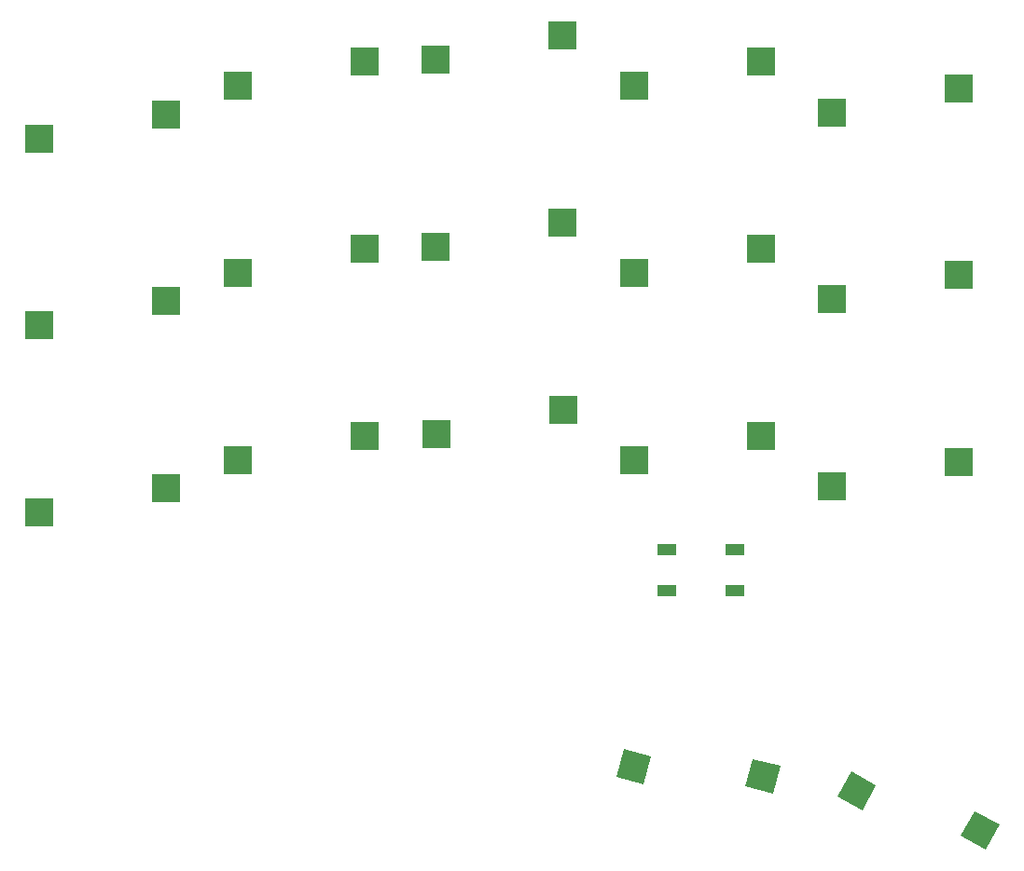
<source format=gbr>
G04 #@! TF.GenerationSoftware,KiCad,Pcbnew,(5.1.9-0-10_14)*
G04 #@! TF.CreationDate,2021-02-04T04:09:05-06:00*
G04 #@! TF.ProjectId,microredox,6d696372-6f72-4656-946f-782e6b696361,rev?*
G04 #@! TF.SameCoordinates,Original*
G04 #@! TF.FileFunction,Paste,Top*
G04 #@! TF.FilePolarity,Positive*
%FSLAX46Y46*%
G04 Gerber Fmt 4.6, Leading zero omitted, Abs format (unit mm)*
G04 Created by KiCad (PCBNEW (5.1.9-0-10_14)) date 2021-02-04 04:09:05*
%MOMM*%
%LPD*%
G01*
G04 APERTURE LIST*
%ADD10R,1.800000X1.100000*%
%ADD11C,0.100000*%
%ADD12R,2.600000X2.600000*%
G04 APERTURE END LIST*
D10*
X93864500Y-130183500D03*
X100064500Y-126483500D03*
X93864500Y-126483500D03*
X100064500Y-130183500D03*
D11*
G36*
X124085635Y-151438397D02*
G01*
X122845022Y-153723322D01*
X120560097Y-152482709D01*
X121800710Y-150197784D01*
X124085635Y-151438397D01*
G37*
G36*
X112885548Y-147860611D02*
G01*
X111644935Y-150145536D01*
X109360010Y-148904923D01*
X110600623Y-146619998D01*
X112885548Y-147860611D01*
G37*
D12*
X120416000Y-118494500D03*
X108866000Y-120694500D03*
X120416000Y-101476500D03*
X108866000Y-103676500D03*
X120416000Y-84522000D03*
X108866000Y-86722000D03*
D11*
G36*
X104182133Y-146132210D02*
G01*
X103509204Y-148643617D01*
X100997797Y-147970688D01*
X101670726Y-145459281D01*
X104182133Y-146132210D01*
G37*
G36*
X92456288Y-145267887D02*
G01*
X91783359Y-147779294D01*
X89271952Y-147106365D01*
X89944881Y-144594958D01*
X92456288Y-145267887D01*
G37*
D12*
X102445500Y-116081500D03*
X90895500Y-118281500D03*
X102445500Y-99127000D03*
X90895500Y-101327000D03*
X102445500Y-82109000D03*
X90895500Y-84309000D03*
X84475000Y-113732000D03*
X72925000Y-115932000D03*
X84411500Y-96714000D03*
X72861500Y-98914000D03*
X84411500Y-79696000D03*
X72861500Y-81896000D03*
X66441000Y-116081500D03*
X54891000Y-118281500D03*
X66441000Y-99063500D03*
X54891000Y-101263500D03*
X66441000Y-82109000D03*
X54891000Y-84309000D03*
X48407000Y-120844000D03*
X36857000Y-123044000D03*
X48407000Y-103826000D03*
X36857000Y-106026000D03*
X48407000Y-86871500D03*
X36857000Y-89071500D03*
M02*

</source>
